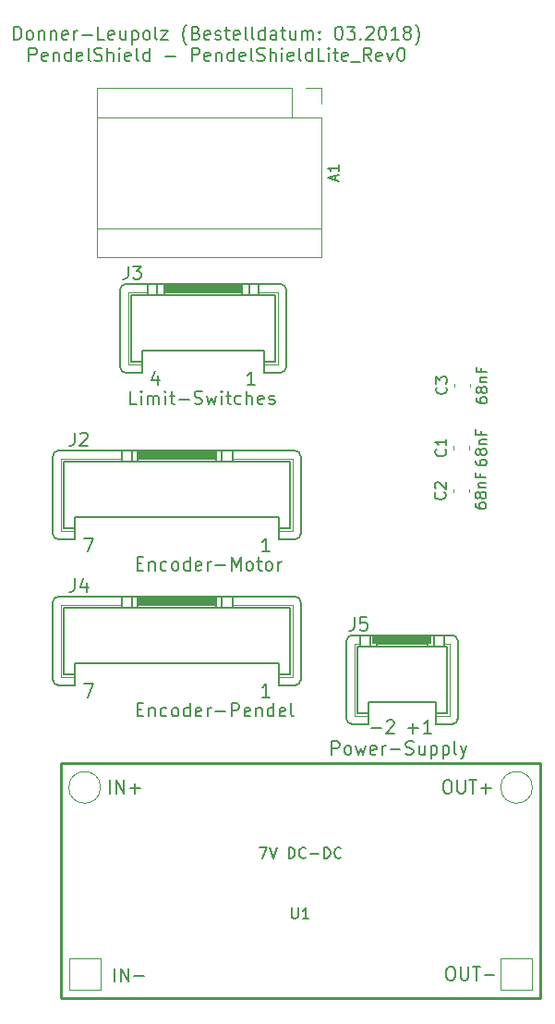
<source format=gbr>
G04 #@! TF.GenerationSoftware,KiCad,Pcbnew,(5.0.0-rc2-dev-406-g05dae9627)*
G04 #@! TF.CreationDate,2018-06-28T11:49:25+02:00*
G04 #@! TF.ProjectId,Nucleo-F746,4E75636C656F2D463734362E6B696361,rev?*
G04 #@! TF.SameCoordinates,Original*
G04 #@! TF.FileFunction,Legend,Top*
G04 #@! TF.FilePolarity,Positive*
%FSLAX46Y46*%
G04 Gerber Fmt 4.6, Leading zero omitted, Abs format (unit mm)*
G04 Created by KiCad (PCBNEW (5.0.0-rc2-dev-406-g05dae9627)) date 06/28/18 11:49:25*
%MOMM*%
%LPD*%
G01*
G04 APERTURE LIST*
%ADD10C,0.150000*%
%ADD11C,0.120000*%
%ADD12C,0.100000*%
%ADD13C,0.152400*%
%ADD14C,0.050800*%
%ADD15C,0.250000*%
%ADD16C,0.127000*%
G04 APERTURE END LIST*
D10*
X148657142Y-129442857D02*
X148885714Y-129442857D01*
X149000000Y-129500000D01*
X149114285Y-129614285D01*
X149171428Y-129842857D01*
X149171428Y-130242857D01*
X149114285Y-130471428D01*
X149000000Y-130585714D01*
X148885714Y-130642857D01*
X148657142Y-130642857D01*
X148542857Y-130585714D01*
X148428571Y-130471428D01*
X148371428Y-130242857D01*
X148371428Y-129842857D01*
X148428571Y-129614285D01*
X148542857Y-129500000D01*
X148657142Y-129442857D01*
X149685714Y-129442857D02*
X149685714Y-130414285D01*
X149742857Y-130528571D01*
X149800000Y-130585714D01*
X149914285Y-130642857D01*
X150142857Y-130642857D01*
X150257142Y-130585714D01*
X150314285Y-130528571D01*
X150371428Y-130414285D01*
X150371428Y-129442857D01*
X150771428Y-129442857D02*
X151457142Y-129442857D01*
X151114285Y-130642857D02*
X151114285Y-129442857D01*
X151857142Y-130185714D02*
X152771428Y-130185714D01*
X152314285Y-130642857D02*
X152314285Y-129728571D01*
X148957142Y-146542857D02*
X149185714Y-146542857D01*
X149300000Y-146600000D01*
X149414285Y-146714285D01*
X149471428Y-146942857D01*
X149471428Y-147342857D01*
X149414285Y-147571428D01*
X149300000Y-147685714D01*
X149185714Y-147742857D01*
X148957142Y-147742857D01*
X148842857Y-147685714D01*
X148728571Y-147571428D01*
X148671428Y-147342857D01*
X148671428Y-146942857D01*
X148728571Y-146714285D01*
X148842857Y-146600000D01*
X148957142Y-146542857D01*
X149985714Y-146542857D02*
X149985714Y-147514285D01*
X150042857Y-147628571D01*
X150100000Y-147685714D01*
X150214285Y-147742857D01*
X150442857Y-147742857D01*
X150557142Y-147685714D01*
X150614285Y-147628571D01*
X150671428Y-147514285D01*
X150671428Y-146542857D01*
X151071428Y-146542857D02*
X151757142Y-146542857D01*
X151414285Y-147742857D02*
X151414285Y-146542857D01*
X152157142Y-147285714D02*
X153071428Y-147285714D01*
X118228571Y-147842857D02*
X118228571Y-146642857D01*
X118800000Y-147842857D02*
X118800000Y-146642857D01*
X119485714Y-147842857D01*
X119485714Y-146642857D01*
X120057142Y-147385714D02*
X120971428Y-147385714D01*
X117828571Y-130642857D02*
X117828571Y-129442857D01*
X118400000Y-130642857D02*
X118400000Y-129442857D01*
X119085714Y-130642857D01*
X119085714Y-129442857D01*
X119657142Y-130185714D02*
X120571428Y-130185714D01*
X120114285Y-130642857D02*
X120114285Y-129728571D01*
X109028571Y-61667857D02*
X109028571Y-60467857D01*
X109314285Y-60467857D01*
X109485714Y-60525000D01*
X109599999Y-60639285D01*
X109657142Y-60753571D01*
X109714285Y-60982142D01*
X109714285Y-61153571D01*
X109657142Y-61382142D01*
X109599999Y-61496428D01*
X109485714Y-61610714D01*
X109314285Y-61667857D01*
X109028571Y-61667857D01*
X110399999Y-61667857D02*
X110285714Y-61610714D01*
X110228571Y-61553571D01*
X110171428Y-61439285D01*
X110171428Y-61096428D01*
X110228571Y-60982142D01*
X110285714Y-60925000D01*
X110399999Y-60867857D01*
X110571428Y-60867857D01*
X110685714Y-60925000D01*
X110742857Y-60982142D01*
X110799999Y-61096428D01*
X110799999Y-61439285D01*
X110742857Y-61553571D01*
X110685714Y-61610714D01*
X110571428Y-61667857D01*
X110399999Y-61667857D01*
X111314285Y-60867857D02*
X111314285Y-61667857D01*
X111314285Y-60982142D02*
X111371428Y-60925000D01*
X111485714Y-60867857D01*
X111657142Y-60867857D01*
X111771428Y-60925000D01*
X111828571Y-61039285D01*
X111828571Y-61667857D01*
X112399999Y-60867857D02*
X112399999Y-61667857D01*
X112399999Y-60982142D02*
X112457142Y-60925000D01*
X112571428Y-60867857D01*
X112742857Y-60867857D01*
X112857142Y-60925000D01*
X112914285Y-61039285D01*
X112914285Y-61667857D01*
X113942857Y-61610714D02*
X113828571Y-61667857D01*
X113599999Y-61667857D01*
X113485714Y-61610714D01*
X113428571Y-61496428D01*
X113428571Y-61039285D01*
X113485714Y-60925000D01*
X113599999Y-60867857D01*
X113828571Y-60867857D01*
X113942857Y-60925000D01*
X113999999Y-61039285D01*
X113999999Y-61153571D01*
X113428571Y-61267857D01*
X114514285Y-61667857D02*
X114514285Y-60867857D01*
X114514285Y-61096428D02*
X114571428Y-60982142D01*
X114628571Y-60925000D01*
X114742857Y-60867857D01*
X114857142Y-60867857D01*
X115257142Y-61210714D02*
X116171428Y-61210714D01*
X117314285Y-61667857D02*
X116742857Y-61667857D01*
X116742857Y-60467857D01*
X118171428Y-61610714D02*
X118057142Y-61667857D01*
X117828571Y-61667857D01*
X117714285Y-61610714D01*
X117657142Y-61496428D01*
X117657142Y-61039285D01*
X117714285Y-60925000D01*
X117828571Y-60867857D01*
X118057142Y-60867857D01*
X118171428Y-60925000D01*
X118228571Y-61039285D01*
X118228571Y-61153571D01*
X117657142Y-61267857D01*
X119257142Y-60867857D02*
X119257142Y-61667857D01*
X118742857Y-60867857D02*
X118742857Y-61496428D01*
X118799999Y-61610714D01*
X118914285Y-61667857D01*
X119085714Y-61667857D01*
X119199999Y-61610714D01*
X119257142Y-61553571D01*
X119828571Y-60867857D02*
X119828571Y-62067857D01*
X119828571Y-60925000D02*
X119942857Y-60867857D01*
X120171428Y-60867857D01*
X120285714Y-60925000D01*
X120342857Y-60982142D01*
X120399999Y-61096428D01*
X120399999Y-61439285D01*
X120342857Y-61553571D01*
X120285714Y-61610714D01*
X120171428Y-61667857D01*
X119942857Y-61667857D01*
X119828571Y-61610714D01*
X121085714Y-61667857D02*
X120971428Y-61610714D01*
X120914285Y-61553571D01*
X120857142Y-61439285D01*
X120857142Y-61096428D01*
X120914285Y-60982142D01*
X120971428Y-60925000D01*
X121085714Y-60867857D01*
X121257142Y-60867857D01*
X121371428Y-60925000D01*
X121428571Y-60982142D01*
X121485714Y-61096428D01*
X121485714Y-61439285D01*
X121428571Y-61553571D01*
X121371428Y-61610714D01*
X121257142Y-61667857D01*
X121085714Y-61667857D01*
X122171428Y-61667857D02*
X122057142Y-61610714D01*
X121999999Y-61496428D01*
X121999999Y-60467857D01*
X122514285Y-60867857D02*
X123142857Y-60867857D01*
X122514285Y-61667857D01*
X123142857Y-61667857D01*
X124857142Y-62125000D02*
X124799999Y-62067857D01*
X124685714Y-61896428D01*
X124628571Y-61782142D01*
X124571428Y-61610714D01*
X124514285Y-61325000D01*
X124514285Y-61096428D01*
X124571428Y-60810714D01*
X124628571Y-60639285D01*
X124685714Y-60525000D01*
X124799999Y-60353571D01*
X124857142Y-60296428D01*
X125714285Y-61039285D02*
X125885714Y-61096428D01*
X125942857Y-61153571D01*
X125999999Y-61267857D01*
X125999999Y-61439285D01*
X125942857Y-61553571D01*
X125885714Y-61610714D01*
X125771428Y-61667857D01*
X125314285Y-61667857D01*
X125314285Y-60467857D01*
X125714285Y-60467857D01*
X125828571Y-60525000D01*
X125885714Y-60582142D01*
X125942857Y-60696428D01*
X125942857Y-60810714D01*
X125885714Y-60925000D01*
X125828571Y-60982142D01*
X125714285Y-61039285D01*
X125314285Y-61039285D01*
X126971428Y-61610714D02*
X126857142Y-61667857D01*
X126628571Y-61667857D01*
X126514285Y-61610714D01*
X126457142Y-61496428D01*
X126457142Y-61039285D01*
X126514285Y-60925000D01*
X126628571Y-60867857D01*
X126857142Y-60867857D01*
X126971428Y-60925000D01*
X127028571Y-61039285D01*
X127028571Y-61153571D01*
X126457142Y-61267857D01*
X127485714Y-61610714D02*
X127599999Y-61667857D01*
X127828571Y-61667857D01*
X127942857Y-61610714D01*
X127999999Y-61496428D01*
X127999999Y-61439285D01*
X127942857Y-61325000D01*
X127828571Y-61267857D01*
X127657142Y-61267857D01*
X127542857Y-61210714D01*
X127485714Y-61096428D01*
X127485714Y-61039285D01*
X127542857Y-60925000D01*
X127657142Y-60867857D01*
X127828571Y-60867857D01*
X127942857Y-60925000D01*
X128342857Y-60867857D02*
X128799999Y-60867857D01*
X128514285Y-60467857D02*
X128514285Y-61496428D01*
X128571428Y-61610714D01*
X128685714Y-61667857D01*
X128799999Y-61667857D01*
X129657142Y-61610714D02*
X129542857Y-61667857D01*
X129314285Y-61667857D01*
X129200000Y-61610714D01*
X129142857Y-61496428D01*
X129142857Y-61039285D01*
X129200000Y-60925000D01*
X129314285Y-60867857D01*
X129542857Y-60867857D01*
X129657142Y-60925000D01*
X129714285Y-61039285D01*
X129714285Y-61153571D01*
X129142857Y-61267857D01*
X130400000Y-61667857D02*
X130285714Y-61610714D01*
X130228571Y-61496428D01*
X130228571Y-60467857D01*
X131028571Y-61667857D02*
X130914285Y-61610714D01*
X130857142Y-61496428D01*
X130857142Y-60467857D01*
X132000000Y-61667857D02*
X132000000Y-60467857D01*
X132000000Y-61610714D02*
X131885714Y-61667857D01*
X131657142Y-61667857D01*
X131542857Y-61610714D01*
X131485714Y-61553571D01*
X131428571Y-61439285D01*
X131428571Y-61096428D01*
X131485714Y-60982142D01*
X131542857Y-60925000D01*
X131657142Y-60867857D01*
X131885714Y-60867857D01*
X132000000Y-60925000D01*
X133085714Y-61667857D02*
X133085714Y-61039285D01*
X133028571Y-60925000D01*
X132914285Y-60867857D01*
X132685714Y-60867857D01*
X132571428Y-60925000D01*
X133085714Y-61610714D02*
X132971428Y-61667857D01*
X132685714Y-61667857D01*
X132571428Y-61610714D01*
X132514285Y-61496428D01*
X132514285Y-61382142D01*
X132571428Y-61267857D01*
X132685714Y-61210714D01*
X132971428Y-61210714D01*
X133085714Y-61153571D01*
X133485714Y-60867857D02*
X133942857Y-60867857D01*
X133657142Y-60467857D02*
X133657142Y-61496428D01*
X133714285Y-61610714D01*
X133828571Y-61667857D01*
X133942857Y-61667857D01*
X134857142Y-60867857D02*
X134857142Y-61667857D01*
X134342857Y-60867857D02*
X134342857Y-61496428D01*
X134400000Y-61610714D01*
X134514285Y-61667857D01*
X134685714Y-61667857D01*
X134800000Y-61610714D01*
X134857142Y-61553571D01*
X135428571Y-61667857D02*
X135428571Y-60867857D01*
X135428571Y-60982142D02*
X135485714Y-60925000D01*
X135600000Y-60867857D01*
X135771428Y-60867857D01*
X135885714Y-60925000D01*
X135942857Y-61039285D01*
X135942857Y-61667857D01*
X135942857Y-61039285D02*
X136000000Y-60925000D01*
X136114285Y-60867857D01*
X136285714Y-60867857D01*
X136400000Y-60925000D01*
X136457142Y-61039285D01*
X136457142Y-61667857D01*
X137028571Y-61553571D02*
X137085714Y-61610714D01*
X137028571Y-61667857D01*
X136971428Y-61610714D01*
X137028571Y-61553571D01*
X137028571Y-61667857D01*
X137028571Y-60925000D02*
X137085714Y-60982142D01*
X137028571Y-61039285D01*
X136971428Y-60982142D01*
X137028571Y-60925000D01*
X137028571Y-61039285D01*
X138742857Y-60467857D02*
X138857142Y-60467857D01*
X138971428Y-60525000D01*
X139028571Y-60582142D01*
X139085714Y-60696428D01*
X139142857Y-60925000D01*
X139142857Y-61210714D01*
X139085714Y-61439285D01*
X139028571Y-61553571D01*
X138971428Y-61610714D01*
X138857142Y-61667857D01*
X138742857Y-61667857D01*
X138628571Y-61610714D01*
X138571428Y-61553571D01*
X138514285Y-61439285D01*
X138457142Y-61210714D01*
X138457142Y-60925000D01*
X138514285Y-60696428D01*
X138571428Y-60582142D01*
X138628571Y-60525000D01*
X138742857Y-60467857D01*
X139542857Y-60467857D02*
X140285714Y-60467857D01*
X139885714Y-60925000D01*
X140057142Y-60925000D01*
X140171428Y-60982142D01*
X140228571Y-61039285D01*
X140285714Y-61153571D01*
X140285714Y-61439285D01*
X140228571Y-61553571D01*
X140171428Y-61610714D01*
X140057142Y-61667857D01*
X139714285Y-61667857D01*
X139600000Y-61610714D01*
X139542857Y-61553571D01*
X140800000Y-61553571D02*
X140857142Y-61610714D01*
X140800000Y-61667857D01*
X140742857Y-61610714D01*
X140800000Y-61553571D01*
X140800000Y-61667857D01*
X141314285Y-60582142D02*
X141371428Y-60525000D01*
X141485714Y-60467857D01*
X141771428Y-60467857D01*
X141885714Y-60525000D01*
X141942857Y-60582142D01*
X142000000Y-60696428D01*
X142000000Y-60810714D01*
X141942857Y-60982142D01*
X141257142Y-61667857D01*
X142000000Y-61667857D01*
X142742857Y-60467857D02*
X142857142Y-60467857D01*
X142971428Y-60525000D01*
X143028571Y-60582142D01*
X143085714Y-60696428D01*
X143142857Y-60925000D01*
X143142857Y-61210714D01*
X143085714Y-61439285D01*
X143028571Y-61553571D01*
X142971428Y-61610714D01*
X142857142Y-61667857D01*
X142742857Y-61667857D01*
X142628571Y-61610714D01*
X142571428Y-61553571D01*
X142514285Y-61439285D01*
X142457142Y-61210714D01*
X142457142Y-60925000D01*
X142514285Y-60696428D01*
X142571428Y-60582142D01*
X142628571Y-60525000D01*
X142742857Y-60467857D01*
X144285714Y-61667857D02*
X143600000Y-61667857D01*
X143942857Y-61667857D02*
X143942857Y-60467857D01*
X143828571Y-60639285D01*
X143714285Y-60753571D01*
X143600000Y-60810714D01*
X144971428Y-60982142D02*
X144857142Y-60925000D01*
X144800000Y-60867857D01*
X144742857Y-60753571D01*
X144742857Y-60696428D01*
X144800000Y-60582142D01*
X144857142Y-60525000D01*
X144971428Y-60467857D01*
X145200000Y-60467857D01*
X145314285Y-60525000D01*
X145371428Y-60582142D01*
X145428571Y-60696428D01*
X145428571Y-60753571D01*
X145371428Y-60867857D01*
X145314285Y-60925000D01*
X145200000Y-60982142D01*
X144971428Y-60982142D01*
X144857142Y-61039285D01*
X144800000Y-61096428D01*
X144742857Y-61210714D01*
X144742857Y-61439285D01*
X144800000Y-61553571D01*
X144857142Y-61610714D01*
X144971428Y-61667857D01*
X145200000Y-61667857D01*
X145314285Y-61610714D01*
X145371428Y-61553571D01*
X145428571Y-61439285D01*
X145428571Y-61210714D01*
X145371428Y-61096428D01*
X145314285Y-61039285D01*
X145200000Y-60982142D01*
X145828571Y-62125000D02*
X145885714Y-62067857D01*
X146000000Y-61896428D01*
X146057142Y-61782142D01*
X146114285Y-61610714D01*
X146171428Y-61325000D01*
X146171428Y-61096428D01*
X146114285Y-60810714D01*
X146057142Y-60639285D01*
X146000000Y-60525000D01*
X145885714Y-60353571D01*
X145828571Y-60296428D01*
X110399999Y-63617857D02*
X110399999Y-62417857D01*
X110857142Y-62417857D01*
X110971428Y-62475000D01*
X111028571Y-62532142D01*
X111085714Y-62646428D01*
X111085714Y-62817857D01*
X111028571Y-62932142D01*
X110971428Y-62989285D01*
X110857142Y-63046428D01*
X110399999Y-63046428D01*
X112057142Y-63560714D02*
X111942857Y-63617857D01*
X111714285Y-63617857D01*
X111599999Y-63560714D01*
X111542857Y-63446428D01*
X111542857Y-62989285D01*
X111599999Y-62875000D01*
X111714285Y-62817857D01*
X111942857Y-62817857D01*
X112057142Y-62875000D01*
X112114285Y-62989285D01*
X112114285Y-63103571D01*
X111542857Y-63217857D01*
X112628571Y-62817857D02*
X112628571Y-63617857D01*
X112628571Y-62932142D02*
X112685714Y-62875000D01*
X112799999Y-62817857D01*
X112971428Y-62817857D01*
X113085714Y-62875000D01*
X113142857Y-62989285D01*
X113142857Y-63617857D01*
X114228571Y-63617857D02*
X114228571Y-62417857D01*
X114228571Y-63560714D02*
X114114285Y-63617857D01*
X113885714Y-63617857D01*
X113771428Y-63560714D01*
X113714285Y-63503571D01*
X113657142Y-63389285D01*
X113657142Y-63046428D01*
X113714285Y-62932142D01*
X113771428Y-62875000D01*
X113885714Y-62817857D01*
X114114285Y-62817857D01*
X114228571Y-62875000D01*
X115257142Y-63560714D02*
X115142857Y-63617857D01*
X114914285Y-63617857D01*
X114799999Y-63560714D01*
X114742857Y-63446428D01*
X114742857Y-62989285D01*
X114799999Y-62875000D01*
X114914285Y-62817857D01*
X115142857Y-62817857D01*
X115257142Y-62875000D01*
X115314285Y-62989285D01*
X115314285Y-63103571D01*
X114742857Y-63217857D01*
X115999999Y-63617857D02*
X115885714Y-63560714D01*
X115828571Y-63446428D01*
X115828571Y-62417857D01*
X116399999Y-63560714D02*
X116571428Y-63617857D01*
X116857142Y-63617857D01*
X116971428Y-63560714D01*
X117028571Y-63503571D01*
X117085714Y-63389285D01*
X117085714Y-63275000D01*
X117028571Y-63160714D01*
X116971428Y-63103571D01*
X116857142Y-63046428D01*
X116628571Y-62989285D01*
X116514285Y-62932142D01*
X116457142Y-62875000D01*
X116399999Y-62760714D01*
X116399999Y-62646428D01*
X116457142Y-62532142D01*
X116514285Y-62475000D01*
X116628571Y-62417857D01*
X116914285Y-62417857D01*
X117085714Y-62475000D01*
X117599999Y-63617857D02*
X117599999Y-62417857D01*
X118114285Y-63617857D02*
X118114285Y-62989285D01*
X118057142Y-62875000D01*
X117942857Y-62817857D01*
X117771428Y-62817857D01*
X117657142Y-62875000D01*
X117599999Y-62932142D01*
X118685714Y-63617857D02*
X118685714Y-62817857D01*
X118685714Y-62417857D02*
X118628571Y-62475000D01*
X118685714Y-62532142D01*
X118742857Y-62475000D01*
X118685714Y-62417857D01*
X118685714Y-62532142D01*
X119714285Y-63560714D02*
X119599999Y-63617857D01*
X119371428Y-63617857D01*
X119257142Y-63560714D01*
X119199999Y-63446428D01*
X119199999Y-62989285D01*
X119257142Y-62875000D01*
X119371428Y-62817857D01*
X119599999Y-62817857D01*
X119714285Y-62875000D01*
X119771428Y-62989285D01*
X119771428Y-63103571D01*
X119199999Y-63217857D01*
X120457142Y-63617857D02*
X120342857Y-63560714D01*
X120285714Y-63446428D01*
X120285714Y-62417857D01*
X121428571Y-63617857D02*
X121428571Y-62417857D01*
X121428571Y-63560714D02*
X121314285Y-63617857D01*
X121085714Y-63617857D01*
X120971428Y-63560714D01*
X120914285Y-63503571D01*
X120857142Y-63389285D01*
X120857142Y-63046428D01*
X120914285Y-62932142D01*
X120971428Y-62875000D01*
X121085714Y-62817857D01*
X121314285Y-62817857D01*
X121428571Y-62875000D01*
X122914285Y-63160714D02*
X123828571Y-63160714D01*
X125314285Y-63617857D02*
X125314285Y-62417857D01*
X125771428Y-62417857D01*
X125885714Y-62475000D01*
X125942857Y-62532142D01*
X125999999Y-62646428D01*
X125999999Y-62817857D01*
X125942857Y-62932142D01*
X125885714Y-62989285D01*
X125771428Y-63046428D01*
X125314285Y-63046428D01*
X126971428Y-63560714D02*
X126857142Y-63617857D01*
X126628571Y-63617857D01*
X126514285Y-63560714D01*
X126457142Y-63446428D01*
X126457142Y-62989285D01*
X126514285Y-62875000D01*
X126628571Y-62817857D01*
X126857142Y-62817857D01*
X126971428Y-62875000D01*
X127028571Y-62989285D01*
X127028571Y-63103571D01*
X126457142Y-63217857D01*
X127542857Y-62817857D02*
X127542857Y-63617857D01*
X127542857Y-62932142D02*
X127599999Y-62875000D01*
X127714285Y-62817857D01*
X127885714Y-62817857D01*
X127999999Y-62875000D01*
X128057142Y-62989285D01*
X128057142Y-63617857D01*
X129142857Y-63617857D02*
X129142857Y-62417857D01*
X129142857Y-63560714D02*
X129028571Y-63617857D01*
X128799999Y-63617857D01*
X128685714Y-63560714D01*
X128628571Y-63503571D01*
X128571428Y-63389285D01*
X128571428Y-63046428D01*
X128628571Y-62932142D01*
X128685714Y-62875000D01*
X128799999Y-62817857D01*
X129028571Y-62817857D01*
X129142857Y-62875000D01*
X130171428Y-63560714D02*
X130057142Y-63617857D01*
X129828571Y-63617857D01*
X129714285Y-63560714D01*
X129657142Y-63446428D01*
X129657142Y-62989285D01*
X129714285Y-62875000D01*
X129828571Y-62817857D01*
X130057142Y-62817857D01*
X130171428Y-62875000D01*
X130228571Y-62989285D01*
X130228571Y-63103571D01*
X129657142Y-63217857D01*
X130914285Y-63617857D02*
X130799999Y-63560714D01*
X130742857Y-63446428D01*
X130742857Y-62417857D01*
X131314285Y-63560714D02*
X131485714Y-63617857D01*
X131771428Y-63617857D01*
X131885714Y-63560714D01*
X131942857Y-63503571D01*
X131999999Y-63389285D01*
X131999999Y-63275000D01*
X131942857Y-63160714D01*
X131885714Y-63103571D01*
X131771428Y-63046428D01*
X131542857Y-62989285D01*
X131428571Y-62932142D01*
X131371428Y-62875000D01*
X131314285Y-62760714D01*
X131314285Y-62646428D01*
X131371428Y-62532142D01*
X131428571Y-62475000D01*
X131542857Y-62417857D01*
X131828571Y-62417857D01*
X131999999Y-62475000D01*
X132514285Y-63617857D02*
X132514285Y-62417857D01*
X133028571Y-63617857D02*
X133028571Y-62989285D01*
X132971428Y-62875000D01*
X132857142Y-62817857D01*
X132685714Y-62817857D01*
X132571428Y-62875000D01*
X132514285Y-62932142D01*
X133600000Y-63617857D02*
X133600000Y-62817857D01*
X133600000Y-62417857D02*
X133542857Y-62475000D01*
X133600000Y-62532142D01*
X133657142Y-62475000D01*
X133600000Y-62417857D01*
X133600000Y-62532142D01*
X134628571Y-63560714D02*
X134514285Y-63617857D01*
X134285714Y-63617857D01*
X134171428Y-63560714D01*
X134114285Y-63446428D01*
X134114285Y-62989285D01*
X134171428Y-62875000D01*
X134285714Y-62817857D01*
X134514285Y-62817857D01*
X134628571Y-62875000D01*
X134685714Y-62989285D01*
X134685714Y-63103571D01*
X134114285Y-63217857D01*
X135371428Y-63617857D02*
X135257142Y-63560714D01*
X135200000Y-63446428D01*
X135200000Y-62417857D01*
X136342857Y-63617857D02*
X136342857Y-62417857D01*
X136342857Y-63560714D02*
X136228571Y-63617857D01*
X136000000Y-63617857D01*
X135885714Y-63560714D01*
X135828571Y-63503571D01*
X135771428Y-63389285D01*
X135771428Y-63046428D01*
X135828571Y-62932142D01*
X135885714Y-62875000D01*
X136000000Y-62817857D01*
X136228571Y-62817857D01*
X136342857Y-62875000D01*
X137485714Y-63617857D02*
X136914285Y-63617857D01*
X136914285Y-62417857D01*
X137885714Y-63617857D02*
X137885714Y-62817857D01*
X137885714Y-62417857D02*
X137828571Y-62475000D01*
X137885714Y-62532142D01*
X137942857Y-62475000D01*
X137885714Y-62417857D01*
X137885714Y-62532142D01*
X138285714Y-62817857D02*
X138742857Y-62817857D01*
X138457142Y-62417857D02*
X138457142Y-63446428D01*
X138514285Y-63560714D01*
X138628571Y-63617857D01*
X138742857Y-63617857D01*
X139600000Y-63560714D02*
X139485714Y-63617857D01*
X139257142Y-63617857D01*
X139142857Y-63560714D01*
X139085714Y-63446428D01*
X139085714Y-62989285D01*
X139142857Y-62875000D01*
X139257142Y-62817857D01*
X139485714Y-62817857D01*
X139600000Y-62875000D01*
X139657142Y-62989285D01*
X139657142Y-63103571D01*
X139085714Y-63217857D01*
X139885714Y-63732142D02*
X140800000Y-63732142D01*
X141771428Y-63617857D02*
X141371428Y-63046428D01*
X141085714Y-63617857D02*
X141085714Y-62417857D01*
X141542857Y-62417857D01*
X141657142Y-62475000D01*
X141714285Y-62532142D01*
X141771428Y-62646428D01*
X141771428Y-62817857D01*
X141714285Y-62932142D01*
X141657142Y-62989285D01*
X141542857Y-63046428D01*
X141085714Y-63046428D01*
X142742857Y-63560714D02*
X142628571Y-63617857D01*
X142400000Y-63617857D01*
X142285714Y-63560714D01*
X142228571Y-63446428D01*
X142228571Y-62989285D01*
X142285714Y-62875000D01*
X142400000Y-62817857D01*
X142628571Y-62817857D01*
X142742857Y-62875000D01*
X142800000Y-62989285D01*
X142800000Y-63103571D01*
X142228571Y-63217857D01*
X143200000Y-62817857D02*
X143485714Y-63617857D01*
X143771428Y-62817857D01*
X144457142Y-62417857D02*
X144571428Y-62417857D01*
X144685714Y-62475000D01*
X144742857Y-62532142D01*
X144800000Y-62646428D01*
X144857142Y-62875000D01*
X144857142Y-63160714D01*
X144800000Y-63389285D01*
X144742857Y-63503571D01*
X144685714Y-63560714D01*
X144571428Y-63617857D01*
X144457142Y-63617857D01*
X144342857Y-63560714D01*
X144285714Y-63503571D01*
X144228571Y-63389285D01*
X144171428Y-63160714D01*
X144171428Y-62875000D01*
X144228571Y-62646428D01*
X144285714Y-62532142D01*
X144342857Y-62475000D01*
X144457142Y-62417857D01*
D11*
X137200000Y-78930000D02*
X116620000Y-78930000D01*
X134530000Y-68770000D02*
X116620000Y-68770000D01*
X137200000Y-67500000D02*
X137200000Y-66100000D01*
X137200000Y-66100000D02*
X135800000Y-66100000D01*
X137200000Y-68770000D02*
X134530000Y-68770000D01*
X134530000Y-68770000D02*
X134530000Y-66100000D01*
X134530000Y-66100000D02*
X116620000Y-66100000D01*
X116620000Y-66100000D02*
X116620000Y-81600000D01*
X116620000Y-81600000D02*
X137200000Y-81600000D01*
X137200000Y-81600000D02*
X137200000Y-68770000D01*
X150760000Y-99150000D02*
X150760000Y-98850000D01*
X149340000Y-99150000D02*
X149340000Y-98850000D01*
X149290000Y-103100000D02*
X149290000Y-102800000D01*
X150710000Y-103100000D02*
X150710000Y-102800000D01*
D12*
G36*
X120394000Y-100038000D02*
X127506000Y-100038000D01*
X127506000Y-99276000D01*
X120394000Y-99276000D01*
X120394000Y-100038000D01*
G37*
D13*
X129106200Y-100038000D02*
X129106200Y-100292000D01*
D14*
X129106200Y-100038000D02*
X134541800Y-100038000D01*
D13*
X118920800Y-100038000D02*
X118920800Y-100292000D01*
D14*
X113358200Y-100038000D02*
X118920800Y-100038000D01*
D13*
X120317800Y-100292000D02*
X127582200Y-100292000D01*
X127582200Y-100038000D02*
X127582200Y-100292000D01*
X120317800Y-100038000D02*
X120317800Y-100292000D01*
X120317800Y-100038000D02*
X127582200Y-100038000D01*
X120317800Y-99276000D02*
X120317800Y-100038000D01*
X113104200Y-99276000D02*
G75*
G03X112596200Y-99784000I0J-508000D01*
G01*
X113104200Y-99276000D02*
X118920800Y-99276000D01*
X135303800Y-99784000D02*
G75*
G03X134795800Y-99276000I-508000J0D01*
G01*
X135303800Y-99784000D02*
X135303800Y-106896000D01*
X135303800Y-106896000D02*
G75*
G02X134795800Y-107404000I-508000J0D01*
G01*
X134795800Y-107404000D02*
X133271800Y-107404000D01*
D14*
X134541800Y-100038000D02*
X134541800Y-106642000D01*
D13*
X133271800Y-106642000D02*
X133271800Y-106388000D01*
D14*
X134541800Y-106642000D02*
X133271800Y-106642000D01*
X113358200Y-106642000D02*
X113358200Y-100038000D01*
D13*
X114628200Y-106642000D02*
X114628200Y-107404000D01*
D14*
X114628200Y-106642000D02*
X113358200Y-106642000D01*
D13*
X113104200Y-107404000D02*
G75*
G02X112596200Y-106896000I0J508000D01*
G01*
X112596200Y-106896000D02*
X112596200Y-99784000D01*
X118920800Y-100292000D02*
X119809800Y-100292000D01*
X113612200Y-100292000D02*
X118920800Y-100292000D01*
X118920800Y-99276000D02*
X119809800Y-99276000D01*
X118920800Y-99276000D02*
X118920800Y-100038000D01*
X129106200Y-100292000D02*
X134287800Y-100292000D01*
X128090200Y-100292000D02*
X129106200Y-100292000D01*
X129106200Y-99276000D02*
X134795800Y-99276000D01*
X129106200Y-99276000D02*
X129106200Y-100038000D01*
X128090200Y-99276000D02*
X129106200Y-99276000D01*
X128090200Y-99276000D02*
X128090200Y-100292000D01*
X127582200Y-100292000D02*
X128090200Y-100292000D01*
X127582200Y-99276000D02*
X128090200Y-99276000D01*
X127582200Y-99276000D02*
X127582200Y-100038000D01*
X120317800Y-99276000D02*
X127582200Y-99276000D01*
X119809800Y-99276000D02*
X120317800Y-99276000D01*
X119809800Y-100292000D02*
X120317800Y-100292000D01*
X119809800Y-99276000D02*
X119809800Y-100292000D01*
X133271800Y-105372000D02*
X114628200Y-105372000D01*
X133271800Y-106388000D02*
X133271800Y-105372000D01*
X114628200Y-106388000D02*
X114628200Y-105372000D01*
X134287800Y-100292000D02*
X134287800Y-106388000D01*
X133271800Y-107404000D02*
X133271800Y-106642000D01*
X134287800Y-106388000D02*
X133271800Y-106388000D01*
X114628200Y-107404000D02*
X113104200Y-107404000D01*
X114628200Y-106388000D02*
X114628200Y-106642000D01*
X114628200Y-106388000D02*
X113612200Y-106388000D01*
X113612200Y-106388000D02*
X113612200Y-100292000D01*
X119771400Y-91138000D02*
X119771400Y-85042000D01*
X120787400Y-91138000D02*
X119771400Y-91138000D01*
X120787400Y-91138000D02*
X120787400Y-91392000D01*
X120787400Y-92154000D02*
X119263400Y-92154000D01*
X132954000Y-91138000D02*
X131938000Y-91138000D01*
X131938000Y-92154000D02*
X131938000Y-91392000D01*
X132954000Y-85042000D02*
X132954000Y-91138000D01*
X120787400Y-91138000D02*
X120787400Y-90122000D01*
X131938000Y-91138000D02*
X131938000Y-90122000D01*
X131938000Y-90122000D02*
X120787400Y-90122000D01*
X122159000Y-84026000D02*
X122159000Y-85042000D01*
X122159000Y-85042000D02*
X122794000Y-85042000D01*
X122159000Y-84026000D02*
X122794000Y-84026000D01*
X122794000Y-84026000D02*
X129906000Y-84026000D01*
X129906000Y-84026000D02*
X129906000Y-84788000D01*
X129906000Y-84026000D02*
X130566400Y-84026000D01*
X129906000Y-85042000D02*
X130566400Y-85042000D01*
X130566400Y-84026000D02*
X130566400Y-85042000D01*
X130566400Y-84026000D02*
X131455400Y-84026000D01*
X131455400Y-84026000D02*
X131455400Y-84788000D01*
X131455400Y-84026000D02*
X133462000Y-84026000D01*
X130566400Y-85042000D02*
X131455400Y-85042000D01*
X131455400Y-85042000D02*
X132954000Y-85042000D01*
X121270000Y-84026000D02*
X121270000Y-84788000D01*
X121270000Y-84026000D02*
X122159000Y-84026000D01*
X119771400Y-85042000D02*
X121270000Y-85042000D01*
X121270000Y-85042000D02*
X122159000Y-85042000D01*
X118755400Y-91646000D02*
X118755400Y-84534000D01*
X119263400Y-92154000D02*
G75*
G02X118755400Y-91646000I0J508000D01*
G01*
D14*
X120787400Y-91392000D02*
X119517400Y-91392000D01*
D13*
X120787400Y-91392000D02*
X120787400Y-92154000D01*
D14*
X119517400Y-91392000D02*
X119517400Y-84788000D01*
X133208000Y-91392000D02*
X131938000Y-91392000D01*
D13*
X131938000Y-91392000D02*
X131938000Y-91138000D01*
D14*
X133208000Y-84788000D02*
X133208000Y-91392000D01*
D13*
X133462000Y-92154000D02*
X131938000Y-92154000D01*
X133970000Y-91646000D02*
G75*
G02X133462000Y-92154000I-508000J0D01*
G01*
X133970000Y-84534000D02*
X133970000Y-91646000D01*
X133970000Y-84534000D02*
G75*
G03X133462000Y-84026000I-508000J0D01*
G01*
X119263400Y-84026000D02*
X121270000Y-84026000D01*
X119263400Y-84026000D02*
G75*
G03X118755400Y-84534000I0J-508000D01*
G01*
X122794000Y-84026000D02*
X122794000Y-84788000D01*
X122794000Y-84788000D02*
X129906000Y-84788000D01*
X122794000Y-84788000D02*
X122794000Y-85042000D01*
X129906000Y-84788000D02*
X129906000Y-85042000D01*
X122794000Y-85042000D02*
X129906000Y-85042000D01*
D14*
X133208000Y-84788000D02*
X131455400Y-84788000D01*
X119517400Y-84788000D02*
X121270000Y-84788000D01*
D13*
X121270000Y-84788000D02*
X121270000Y-85042000D01*
X131455400Y-84788000D02*
X131455400Y-85042000D01*
D12*
G36*
X122794000Y-84788000D02*
X129906000Y-84788000D01*
X129906000Y-84026000D01*
X122794000Y-84026000D01*
X122794000Y-84788000D01*
G37*
D13*
X113612200Y-119738000D02*
X113612200Y-113642000D01*
X114628200Y-119738000D02*
X113612200Y-119738000D01*
X114628200Y-119738000D02*
X114628200Y-119992000D01*
X114628200Y-120754000D02*
X113104200Y-120754000D01*
X134287800Y-119738000D02*
X133271800Y-119738000D01*
X133271800Y-120754000D02*
X133271800Y-119992000D01*
X134287800Y-113642000D02*
X134287800Y-119738000D01*
X114628200Y-119738000D02*
X114628200Y-118722000D01*
X133271800Y-119738000D02*
X133271800Y-118722000D01*
X133271800Y-118722000D02*
X114628200Y-118722000D01*
X119809800Y-112626000D02*
X119809800Y-113642000D01*
X119809800Y-113642000D02*
X120317800Y-113642000D01*
X119809800Y-112626000D02*
X120317800Y-112626000D01*
X120317800Y-112626000D02*
X127582200Y-112626000D01*
X127582200Y-112626000D02*
X127582200Y-113388000D01*
X127582200Y-112626000D02*
X128090200Y-112626000D01*
X127582200Y-113642000D02*
X128090200Y-113642000D01*
X128090200Y-112626000D02*
X128090200Y-113642000D01*
X128090200Y-112626000D02*
X129106200Y-112626000D01*
X129106200Y-112626000D02*
X129106200Y-113388000D01*
X129106200Y-112626000D02*
X134795800Y-112626000D01*
X128090200Y-113642000D02*
X129106200Y-113642000D01*
X129106200Y-113642000D02*
X134287800Y-113642000D01*
X118920800Y-112626000D02*
X118920800Y-113388000D01*
X118920800Y-112626000D02*
X119809800Y-112626000D01*
X113612200Y-113642000D02*
X118920800Y-113642000D01*
X118920800Y-113642000D02*
X119809800Y-113642000D01*
X112596200Y-120246000D02*
X112596200Y-113134000D01*
X113104200Y-120754000D02*
G75*
G02X112596200Y-120246000I0J508000D01*
G01*
D14*
X114628200Y-119992000D02*
X113358200Y-119992000D01*
D13*
X114628200Y-119992000D02*
X114628200Y-120754000D01*
D14*
X113358200Y-119992000D02*
X113358200Y-113388000D01*
X134541800Y-119992000D02*
X133271800Y-119992000D01*
D13*
X133271800Y-119992000D02*
X133271800Y-119738000D01*
D14*
X134541800Y-113388000D02*
X134541800Y-119992000D01*
D13*
X134795800Y-120754000D02*
X133271800Y-120754000D01*
X135303800Y-120246000D02*
G75*
G02X134795800Y-120754000I-508000J0D01*
G01*
X135303800Y-113134000D02*
X135303800Y-120246000D01*
X135303800Y-113134000D02*
G75*
G03X134795800Y-112626000I-508000J0D01*
G01*
X113104200Y-112626000D02*
X118920800Y-112626000D01*
X113104200Y-112626000D02*
G75*
G03X112596200Y-113134000I0J-508000D01*
G01*
X120317800Y-112626000D02*
X120317800Y-113388000D01*
X120317800Y-113388000D02*
X127582200Y-113388000D01*
X120317800Y-113388000D02*
X120317800Y-113642000D01*
X127582200Y-113388000D02*
X127582200Y-113642000D01*
X120317800Y-113642000D02*
X127582200Y-113642000D01*
D14*
X113358200Y-113388000D02*
X118920800Y-113388000D01*
D13*
X118920800Y-113388000D02*
X118920800Y-113642000D01*
D14*
X129106200Y-113388000D02*
X134541800Y-113388000D01*
D13*
X129106200Y-113388000D02*
X129106200Y-113642000D01*
D12*
G36*
X120394000Y-113388000D02*
X127506000Y-113388000D01*
X127506000Y-112626000D01*
X120394000Y-112626000D01*
X120394000Y-113388000D01*
G37*
D13*
X140521400Y-123288000D02*
X140521400Y-117192000D01*
X141537400Y-123288000D02*
X140521400Y-123288000D01*
X141537400Y-123288000D02*
X141537400Y-123542000D01*
X141537400Y-124304000D02*
X140013400Y-124304000D01*
X148704000Y-123288000D02*
X147688000Y-123288000D01*
X147688000Y-124304000D02*
X147688000Y-123542000D01*
X148704000Y-117192000D02*
X148704000Y-123288000D01*
X141537400Y-123288000D02*
X141537400Y-122272000D01*
X147688000Y-123288000D02*
X147688000Y-122272000D01*
X147688000Y-122272000D02*
X141537400Y-122272000D01*
X141659000Y-116176000D02*
X141659000Y-117192000D01*
X141659000Y-117192000D02*
X142294000Y-117192000D01*
X141659000Y-116176000D02*
X142294000Y-116176000D01*
X142294000Y-116176000D02*
X146906000Y-116176000D01*
X146906000Y-116176000D02*
X146906000Y-116938000D01*
X146906000Y-116176000D02*
X147566400Y-116176000D01*
X146906000Y-117192000D02*
X147566400Y-117192000D01*
X147566400Y-116176000D02*
X147566400Y-117192000D01*
X147566400Y-116176000D02*
X148455400Y-116176000D01*
X148455400Y-116176000D02*
X148455400Y-116938000D01*
X148455400Y-116176000D02*
X149212000Y-116176000D01*
X147566400Y-117192000D02*
X148455400Y-117192000D01*
X148455400Y-117192000D02*
X148704000Y-117192000D01*
X140770000Y-116176000D02*
X140770000Y-116938000D01*
X140770000Y-116176000D02*
X141659000Y-116176000D01*
X140521400Y-117192000D02*
X140770000Y-117192000D01*
X140770000Y-117192000D02*
X141659000Y-117192000D01*
X139505400Y-123796000D02*
X139505400Y-116684000D01*
X140013400Y-124304000D02*
G75*
G02X139505400Y-123796000I0J508000D01*
G01*
D14*
X141537400Y-123542000D02*
X140267400Y-123542000D01*
D13*
X141537400Y-123542000D02*
X141537400Y-124304000D01*
D14*
X140267400Y-123542000D02*
X140267400Y-116938000D01*
X148958000Y-123542000D02*
X147688000Y-123542000D01*
D13*
X147688000Y-123542000D02*
X147688000Y-123288000D01*
D14*
X148958000Y-116938000D02*
X148958000Y-123542000D01*
D13*
X149212000Y-124304000D02*
X147688000Y-124304000D01*
X149720000Y-123796000D02*
G75*
G02X149212000Y-124304000I-508000J0D01*
G01*
X149720000Y-116684000D02*
X149720000Y-123796000D01*
X149720000Y-116684000D02*
G75*
G03X149212000Y-116176000I-508000J0D01*
G01*
X140013400Y-116176000D02*
X140770000Y-116176000D01*
X140013400Y-116176000D02*
G75*
G03X139505400Y-116684000I0J-508000D01*
G01*
X142294000Y-116176000D02*
X142294000Y-116938000D01*
X142294000Y-116938000D02*
X146906000Y-116938000D01*
X142294000Y-116938000D02*
X142294000Y-117192000D01*
X146906000Y-116938000D02*
X146906000Y-117192000D01*
X142294000Y-117192000D02*
X146906000Y-117192000D01*
D14*
X148958000Y-116938000D02*
X148455400Y-116938000D01*
X140267400Y-116938000D02*
X140770000Y-116938000D01*
D13*
X140770000Y-116938000D02*
X140770000Y-117192000D01*
X148455400Y-116938000D02*
X148455400Y-117192000D01*
D12*
G36*
X141900000Y-116938000D02*
X147300000Y-116938000D01*
X147300000Y-116176000D01*
X141900000Y-116176000D01*
X141900000Y-116938000D01*
G37*
D15*
X157300000Y-127900000D02*
X157300000Y-149400000D01*
X113300000Y-127900000D02*
X157300000Y-127900000D01*
X113300000Y-149400000D02*
X113300000Y-127900000D01*
X113300000Y-149400000D02*
X157300000Y-149400000D01*
D11*
X149390000Y-93450000D02*
X149390000Y-93150000D01*
X150810000Y-93450000D02*
X150810000Y-93150000D01*
D12*
X114050000Y-145750000D02*
X114050000Y-148650000D01*
X116950000Y-148650000D01*
X116950000Y-145750000D01*
X114050000Y-145750000D01*
X153650000Y-145750000D02*
X153650000Y-148650000D01*
X156550000Y-148650000D01*
X156550000Y-145750000D01*
X153650000Y-145750000D01*
X116950000Y-130100000D02*
G75*
G03X116950000Y-130100000I-1450000J0D01*
G01*
X156550000Y-130100000D02*
G75*
G03X156550000Y-130100000I-1450000J0D01*
G01*
D10*
X138506666Y-74564285D02*
X138506666Y-74088095D01*
X138792380Y-74659523D02*
X137792380Y-74326190D01*
X138792380Y-73992857D01*
X138792380Y-73135714D02*
X138792380Y-73707142D01*
X138792380Y-73421428D02*
X137792380Y-73421428D01*
X137935238Y-73516666D01*
X138030476Y-73611904D01*
X138078095Y-73707142D01*
X148557142Y-99166666D02*
X148604761Y-99214285D01*
X148652380Y-99357142D01*
X148652380Y-99452380D01*
X148604761Y-99595238D01*
X148509523Y-99690476D01*
X148414285Y-99738095D01*
X148223809Y-99785714D01*
X148080952Y-99785714D01*
X147890476Y-99738095D01*
X147795238Y-99690476D01*
X147700000Y-99595238D01*
X147652380Y-99452380D01*
X147652380Y-99357142D01*
X147700000Y-99214285D01*
X147747619Y-99166666D01*
X148652380Y-98214285D02*
X148652380Y-98785714D01*
X148652380Y-98500000D02*
X147652380Y-98500000D01*
X147795238Y-98595238D01*
X147890476Y-98690476D01*
X147938095Y-98785714D01*
X151352380Y-100166666D02*
X151352380Y-100357142D01*
X151400000Y-100452380D01*
X151447619Y-100500000D01*
X151590476Y-100595238D01*
X151780952Y-100642857D01*
X152161904Y-100642857D01*
X152257142Y-100595238D01*
X152304761Y-100547619D01*
X152352380Y-100452380D01*
X152352380Y-100261904D01*
X152304761Y-100166666D01*
X152257142Y-100119047D01*
X152161904Y-100071428D01*
X151923809Y-100071428D01*
X151828571Y-100119047D01*
X151780952Y-100166666D01*
X151733333Y-100261904D01*
X151733333Y-100452380D01*
X151780952Y-100547619D01*
X151828571Y-100595238D01*
X151923809Y-100642857D01*
X151780952Y-99500000D02*
X151733333Y-99595238D01*
X151685714Y-99642857D01*
X151590476Y-99690476D01*
X151542857Y-99690476D01*
X151447619Y-99642857D01*
X151400000Y-99595238D01*
X151352380Y-99500000D01*
X151352380Y-99309523D01*
X151400000Y-99214285D01*
X151447619Y-99166666D01*
X151542857Y-99119047D01*
X151590476Y-99119047D01*
X151685714Y-99166666D01*
X151733333Y-99214285D01*
X151780952Y-99309523D01*
X151780952Y-99500000D01*
X151828571Y-99595238D01*
X151876190Y-99642857D01*
X151971428Y-99690476D01*
X152161904Y-99690476D01*
X152257142Y-99642857D01*
X152304761Y-99595238D01*
X152352380Y-99500000D01*
X152352380Y-99309523D01*
X152304761Y-99214285D01*
X152257142Y-99166666D01*
X152161904Y-99119047D01*
X151971428Y-99119047D01*
X151876190Y-99166666D01*
X151828571Y-99214285D01*
X151780952Y-99309523D01*
X151685714Y-98690476D02*
X152352380Y-98690476D01*
X151780952Y-98690476D02*
X151733333Y-98642857D01*
X151685714Y-98547619D01*
X151685714Y-98404761D01*
X151733333Y-98309523D01*
X151828571Y-98261904D01*
X152352380Y-98261904D01*
X151828571Y-97452380D02*
X151828571Y-97785714D01*
X152352380Y-97785714D02*
X151352380Y-97785714D01*
X151352380Y-97309523D01*
X148507142Y-103116666D02*
X148554761Y-103164285D01*
X148602380Y-103307142D01*
X148602380Y-103402380D01*
X148554761Y-103545238D01*
X148459523Y-103640476D01*
X148364285Y-103688095D01*
X148173809Y-103735714D01*
X148030952Y-103735714D01*
X147840476Y-103688095D01*
X147745238Y-103640476D01*
X147650000Y-103545238D01*
X147602380Y-103402380D01*
X147602380Y-103307142D01*
X147650000Y-103164285D01*
X147697619Y-103116666D01*
X147697619Y-102735714D02*
X147650000Y-102688095D01*
X147602380Y-102592857D01*
X147602380Y-102354761D01*
X147650000Y-102259523D01*
X147697619Y-102211904D01*
X147792857Y-102164285D01*
X147888095Y-102164285D01*
X148030952Y-102211904D01*
X148602380Y-102783333D01*
X148602380Y-102164285D01*
X151302380Y-104116666D02*
X151302380Y-104307142D01*
X151350000Y-104402380D01*
X151397619Y-104450000D01*
X151540476Y-104545238D01*
X151730952Y-104592857D01*
X152111904Y-104592857D01*
X152207142Y-104545238D01*
X152254761Y-104497619D01*
X152302380Y-104402380D01*
X152302380Y-104211904D01*
X152254761Y-104116666D01*
X152207142Y-104069047D01*
X152111904Y-104021428D01*
X151873809Y-104021428D01*
X151778571Y-104069047D01*
X151730952Y-104116666D01*
X151683333Y-104211904D01*
X151683333Y-104402380D01*
X151730952Y-104497619D01*
X151778571Y-104545238D01*
X151873809Y-104592857D01*
X151730952Y-103450000D02*
X151683333Y-103545238D01*
X151635714Y-103592857D01*
X151540476Y-103640476D01*
X151492857Y-103640476D01*
X151397619Y-103592857D01*
X151350000Y-103545238D01*
X151302380Y-103450000D01*
X151302380Y-103259523D01*
X151350000Y-103164285D01*
X151397619Y-103116666D01*
X151492857Y-103069047D01*
X151540476Y-103069047D01*
X151635714Y-103116666D01*
X151683333Y-103164285D01*
X151730952Y-103259523D01*
X151730952Y-103450000D01*
X151778571Y-103545238D01*
X151826190Y-103592857D01*
X151921428Y-103640476D01*
X152111904Y-103640476D01*
X152207142Y-103592857D01*
X152254761Y-103545238D01*
X152302380Y-103450000D01*
X152302380Y-103259523D01*
X152254761Y-103164285D01*
X152207142Y-103116666D01*
X152111904Y-103069047D01*
X151921428Y-103069047D01*
X151826190Y-103116666D01*
X151778571Y-103164285D01*
X151730952Y-103259523D01*
X151635714Y-102640476D02*
X152302380Y-102640476D01*
X151730952Y-102640476D02*
X151683333Y-102592857D01*
X151635714Y-102497619D01*
X151635714Y-102354761D01*
X151683333Y-102259523D01*
X151778571Y-102211904D01*
X152302380Y-102211904D01*
X151778571Y-101402380D02*
X151778571Y-101735714D01*
X152302380Y-101735714D02*
X151302380Y-101735714D01*
X151302380Y-101259523D01*
D16*
X114580726Y-97631047D02*
X114580726Y-98492833D01*
X114523273Y-98665190D01*
X114408369Y-98780095D01*
X114236011Y-98837547D01*
X114121107Y-98837547D01*
X115097797Y-97745952D02*
X115155250Y-97688500D01*
X115270154Y-97631047D01*
X115557416Y-97631047D01*
X115672321Y-97688500D01*
X115729773Y-97745952D01*
X115787226Y-97860857D01*
X115787226Y-97975761D01*
X115729773Y-98148119D01*
X115040345Y-98837547D01*
X115787226Y-98837547D01*
X120319811Y-109610571D02*
X120721978Y-109610571D01*
X120894335Y-110242547D02*
X120319811Y-110242547D01*
X120319811Y-109036047D01*
X120894335Y-109036047D01*
X121411407Y-109438214D02*
X121411407Y-110242547D01*
X121411407Y-109553119D02*
X121468859Y-109495666D01*
X121583764Y-109438214D01*
X121756121Y-109438214D01*
X121871026Y-109495666D01*
X121928478Y-109610571D01*
X121928478Y-110242547D01*
X123020073Y-110185095D02*
X122905169Y-110242547D01*
X122675359Y-110242547D01*
X122560454Y-110185095D01*
X122503002Y-110127642D01*
X122445550Y-110012738D01*
X122445550Y-109668023D01*
X122503002Y-109553119D01*
X122560454Y-109495666D01*
X122675359Y-109438214D01*
X122905169Y-109438214D01*
X123020073Y-109495666D01*
X123709502Y-110242547D02*
X123594597Y-110185095D01*
X123537145Y-110127642D01*
X123479692Y-110012738D01*
X123479692Y-109668023D01*
X123537145Y-109553119D01*
X123594597Y-109495666D01*
X123709502Y-109438214D01*
X123881859Y-109438214D01*
X123996764Y-109495666D01*
X124054216Y-109553119D01*
X124111669Y-109668023D01*
X124111669Y-110012738D01*
X124054216Y-110127642D01*
X123996764Y-110185095D01*
X123881859Y-110242547D01*
X123709502Y-110242547D01*
X125145811Y-110242547D02*
X125145811Y-109036047D01*
X125145811Y-110185095D02*
X125030907Y-110242547D01*
X124801097Y-110242547D01*
X124686192Y-110185095D01*
X124628740Y-110127642D01*
X124571288Y-110012738D01*
X124571288Y-109668023D01*
X124628740Y-109553119D01*
X124686192Y-109495666D01*
X124801097Y-109438214D01*
X125030907Y-109438214D01*
X125145811Y-109495666D01*
X126179954Y-110185095D02*
X126065050Y-110242547D01*
X125835240Y-110242547D01*
X125720335Y-110185095D01*
X125662883Y-110070190D01*
X125662883Y-109610571D01*
X125720335Y-109495666D01*
X125835240Y-109438214D01*
X126065050Y-109438214D01*
X126179954Y-109495666D01*
X126237407Y-109610571D01*
X126237407Y-109725476D01*
X125662883Y-109840380D01*
X126754478Y-110242547D02*
X126754478Y-109438214D01*
X126754478Y-109668023D02*
X126811930Y-109553119D01*
X126869383Y-109495666D01*
X126984288Y-109438214D01*
X127099192Y-109438214D01*
X127501359Y-109782928D02*
X128420597Y-109782928D01*
X128995121Y-110242547D02*
X128995121Y-109036047D01*
X129397288Y-109897833D01*
X129799454Y-109036047D01*
X129799454Y-110242547D01*
X130546335Y-110242547D02*
X130431430Y-110185095D01*
X130373978Y-110127642D01*
X130316526Y-110012738D01*
X130316526Y-109668023D01*
X130373978Y-109553119D01*
X130431430Y-109495666D01*
X130546335Y-109438214D01*
X130718692Y-109438214D01*
X130833597Y-109495666D01*
X130891050Y-109553119D01*
X130948502Y-109668023D01*
X130948502Y-110012738D01*
X130891050Y-110127642D01*
X130833597Y-110185095D01*
X130718692Y-110242547D01*
X130546335Y-110242547D01*
X131293216Y-109438214D02*
X131752835Y-109438214D01*
X131465573Y-109036047D02*
X131465573Y-110070190D01*
X131523026Y-110185095D01*
X131637930Y-110242547D01*
X131752835Y-110242547D01*
X132327359Y-110242547D02*
X132212454Y-110185095D01*
X132155002Y-110127642D01*
X132097550Y-110012738D01*
X132097550Y-109668023D01*
X132155002Y-109553119D01*
X132212454Y-109495666D01*
X132327359Y-109438214D01*
X132499716Y-109438214D01*
X132614621Y-109495666D01*
X132672073Y-109553119D01*
X132729526Y-109668023D01*
X132729526Y-110012738D01*
X132672073Y-110127642D01*
X132614621Y-110185095D01*
X132499716Y-110242547D01*
X132327359Y-110242547D01*
X133246597Y-110242547D02*
X133246597Y-109438214D01*
X133246597Y-109668023D02*
X133304050Y-109553119D01*
X133361502Y-109495666D01*
X133476407Y-109438214D01*
X133591311Y-109438214D01*
X115454907Y-107286047D02*
X116259240Y-107286047D01*
X115742169Y-108492547D01*
X132451788Y-108492547D02*
X131762359Y-108492547D01*
X132107073Y-108492547D02*
X132107073Y-107286047D01*
X131992169Y-107458404D01*
X131877264Y-107573309D01*
X131762359Y-107630761D01*
X119469926Y-82381047D02*
X119469926Y-83242833D01*
X119412473Y-83415190D01*
X119297569Y-83530095D01*
X119125211Y-83587547D01*
X119010307Y-83587547D01*
X119929545Y-82381047D02*
X120676426Y-82381047D01*
X120274259Y-82840666D01*
X120446616Y-82840666D01*
X120561521Y-82898119D01*
X120618973Y-82955571D01*
X120676426Y-83070476D01*
X120676426Y-83357738D01*
X120618973Y-83472642D01*
X120561521Y-83530095D01*
X120446616Y-83587547D01*
X120101902Y-83587547D01*
X119986997Y-83530095D01*
X119929545Y-83472642D01*
X120294335Y-95032548D02*
X119719811Y-95032548D01*
X119719811Y-93826048D01*
X120696502Y-95032548D02*
X120696502Y-94228215D01*
X120696502Y-93826048D02*
X120639050Y-93883501D01*
X120696502Y-93940953D01*
X120753954Y-93883501D01*
X120696502Y-93826048D01*
X120696502Y-93940953D01*
X121271026Y-95032548D02*
X121271026Y-94228215D01*
X121271026Y-94343120D02*
X121328478Y-94285667D01*
X121443383Y-94228215D01*
X121615740Y-94228215D01*
X121730645Y-94285667D01*
X121788097Y-94400572D01*
X121788097Y-95032548D01*
X121788097Y-94400572D02*
X121845550Y-94285667D01*
X121960454Y-94228215D01*
X122132811Y-94228215D01*
X122247716Y-94285667D01*
X122305169Y-94400572D01*
X122305169Y-95032548D01*
X122879692Y-95032548D02*
X122879692Y-94228215D01*
X122879692Y-93826048D02*
X122822240Y-93883501D01*
X122879692Y-93940953D01*
X122937145Y-93883501D01*
X122879692Y-93826048D01*
X122879692Y-93940953D01*
X123281859Y-94228215D02*
X123741478Y-94228215D01*
X123454216Y-93826048D02*
X123454216Y-94860191D01*
X123511669Y-94975096D01*
X123626573Y-95032548D01*
X123741478Y-95032548D01*
X124143645Y-94572929D02*
X125062883Y-94572929D01*
X125579954Y-94975096D02*
X125752311Y-95032548D01*
X126039573Y-95032548D01*
X126154478Y-94975096D01*
X126211930Y-94917643D01*
X126269383Y-94802739D01*
X126269383Y-94687834D01*
X126211930Y-94572929D01*
X126154478Y-94515477D01*
X126039573Y-94458024D01*
X125809764Y-94400572D01*
X125694859Y-94343120D01*
X125637407Y-94285667D01*
X125579954Y-94170762D01*
X125579954Y-94055858D01*
X125637407Y-93940953D01*
X125694859Y-93883501D01*
X125809764Y-93826048D01*
X126097026Y-93826048D01*
X126269383Y-93883501D01*
X126671550Y-94228215D02*
X126901359Y-95032548D01*
X127131169Y-94458024D01*
X127360978Y-95032548D01*
X127590788Y-94228215D01*
X128050407Y-95032548D02*
X128050407Y-94228215D01*
X128050407Y-93826048D02*
X127992954Y-93883501D01*
X128050407Y-93940953D01*
X128107859Y-93883501D01*
X128050407Y-93826048D01*
X128050407Y-93940953D01*
X128452573Y-94228215D02*
X128912192Y-94228215D01*
X128624930Y-93826048D02*
X128624930Y-94860191D01*
X128682383Y-94975096D01*
X128797288Y-95032548D01*
X128912192Y-95032548D01*
X129831430Y-94975096D02*
X129716526Y-95032548D01*
X129486716Y-95032548D01*
X129371811Y-94975096D01*
X129314359Y-94917643D01*
X129256907Y-94802739D01*
X129256907Y-94458024D01*
X129314359Y-94343120D01*
X129371811Y-94285667D01*
X129486716Y-94228215D01*
X129716526Y-94228215D01*
X129831430Y-94285667D01*
X130348502Y-95032548D02*
X130348502Y-93826048D01*
X130865573Y-95032548D02*
X130865573Y-94400572D01*
X130808121Y-94285667D01*
X130693216Y-94228215D01*
X130520859Y-94228215D01*
X130405954Y-94285667D01*
X130348502Y-94343120D01*
X131899716Y-94975096D02*
X131784811Y-95032548D01*
X131555002Y-95032548D01*
X131440097Y-94975096D01*
X131382645Y-94860191D01*
X131382645Y-94400572D01*
X131440097Y-94285667D01*
X131555002Y-94228215D01*
X131784811Y-94228215D01*
X131899716Y-94285667D01*
X131957169Y-94400572D01*
X131957169Y-94515477D01*
X131382645Y-94630381D01*
X132416788Y-94975096D02*
X132531692Y-95032548D01*
X132761502Y-95032548D01*
X132876407Y-94975096D01*
X132933859Y-94860191D01*
X132933859Y-94802739D01*
X132876407Y-94687834D01*
X132761502Y-94630381D01*
X132589145Y-94630381D01*
X132474240Y-94572929D01*
X132416788Y-94458024D01*
X132416788Y-94400572D01*
X132474240Y-94285667D01*
X132589145Y-94228215D01*
X132761502Y-94228215D01*
X132876407Y-94285667D01*
X131101788Y-93242547D02*
X130412359Y-93242547D01*
X130757073Y-93242547D02*
X130757073Y-92036047D01*
X130642169Y-92208404D01*
X130527264Y-92323309D01*
X130412359Y-92380761D01*
X122236883Y-92438214D02*
X122236883Y-93242547D01*
X121949621Y-91978595D02*
X121662359Y-92840380D01*
X122409240Y-92840380D01*
X114580726Y-110981047D02*
X114580726Y-111842833D01*
X114523273Y-112015190D01*
X114408369Y-112130095D01*
X114236011Y-112187547D01*
X114121107Y-112187547D01*
X115672321Y-111383214D02*
X115672321Y-112187547D01*
X115385059Y-110923595D02*
X115097797Y-111785380D01*
X115844678Y-111785380D01*
X120319811Y-122960571D02*
X120721978Y-122960571D01*
X120894335Y-123592547D02*
X120319811Y-123592547D01*
X120319811Y-122386047D01*
X120894335Y-122386047D01*
X121411407Y-122788214D02*
X121411407Y-123592547D01*
X121411407Y-122903119D02*
X121468859Y-122845666D01*
X121583764Y-122788214D01*
X121756121Y-122788214D01*
X121871026Y-122845666D01*
X121928478Y-122960571D01*
X121928478Y-123592547D01*
X123020073Y-123535095D02*
X122905169Y-123592547D01*
X122675359Y-123592547D01*
X122560454Y-123535095D01*
X122503002Y-123477642D01*
X122445550Y-123362738D01*
X122445550Y-123018023D01*
X122503002Y-122903119D01*
X122560454Y-122845666D01*
X122675359Y-122788214D01*
X122905169Y-122788214D01*
X123020073Y-122845666D01*
X123709502Y-123592547D02*
X123594597Y-123535095D01*
X123537145Y-123477642D01*
X123479692Y-123362738D01*
X123479692Y-123018023D01*
X123537145Y-122903119D01*
X123594597Y-122845666D01*
X123709502Y-122788214D01*
X123881859Y-122788214D01*
X123996764Y-122845666D01*
X124054216Y-122903119D01*
X124111669Y-123018023D01*
X124111669Y-123362738D01*
X124054216Y-123477642D01*
X123996764Y-123535095D01*
X123881859Y-123592547D01*
X123709502Y-123592547D01*
X125145811Y-123592547D02*
X125145811Y-122386047D01*
X125145811Y-123535095D02*
X125030907Y-123592547D01*
X124801097Y-123592547D01*
X124686192Y-123535095D01*
X124628740Y-123477642D01*
X124571288Y-123362738D01*
X124571288Y-123018023D01*
X124628740Y-122903119D01*
X124686192Y-122845666D01*
X124801097Y-122788214D01*
X125030907Y-122788214D01*
X125145811Y-122845666D01*
X126179954Y-123535095D02*
X126065050Y-123592547D01*
X125835240Y-123592547D01*
X125720335Y-123535095D01*
X125662883Y-123420190D01*
X125662883Y-122960571D01*
X125720335Y-122845666D01*
X125835240Y-122788214D01*
X126065050Y-122788214D01*
X126179954Y-122845666D01*
X126237407Y-122960571D01*
X126237407Y-123075476D01*
X125662883Y-123190380D01*
X126754478Y-123592547D02*
X126754478Y-122788214D01*
X126754478Y-123018023D02*
X126811930Y-122903119D01*
X126869383Y-122845666D01*
X126984288Y-122788214D01*
X127099192Y-122788214D01*
X127501359Y-123132928D02*
X128420597Y-123132928D01*
X128995121Y-123592547D02*
X128995121Y-122386047D01*
X129454740Y-122386047D01*
X129569645Y-122443500D01*
X129627097Y-122500952D01*
X129684550Y-122615857D01*
X129684550Y-122788214D01*
X129627097Y-122903119D01*
X129569645Y-122960571D01*
X129454740Y-123018023D01*
X128995121Y-123018023D01*
X130661240Y-123535095D02*
X130546335Y-123592547D01*
X130316526Y-123592547D01*
X130201621Y-123535095D01*
X130144169Y-123420190D01*
X130144169Y-122960571D01*
X130201621Y-122845666D01*
X130316526Y-122788214D01*
X130546335Y-122788214D01*
X130661240Y-122845666D01*
X130718692Y-122960571D01*
X130718692Y-123075476D01*
X130144169Y-123190380D01*
X131235764Y-122788214D02*
X131235764Y-123592547D01*
X131235764Y-122903119D02*
X131293216Y-122845666D01*
X131408121Y-122788214D01*
X131580478Y-122788214D01*
X131695383Y-122845666D01*
X131752835Y-122960571D01*
X131752835Y-123592547D01*
X132844430Y-123592547D02*
X132844430Y-122386047D01*
X132844430Y-123535095D02*
X132729526Y-123592547D01*
X132499716Y-123592547D01*
X132384811Y-123535095D01*
X132327359Y-123477642D01*
X132269907Y-123362738D01*
X132269907Y-123018023D01*
X132327359Y-122903119D01*
X132384811Y-122845666D01*
X132499716Y-122788214D01*
X132729526Y-122788214D01*
X132844430Y-122845666D01*
X133878573Y-123535095D02*
X133763669Y-123592547D01*
X133533859Y-123592547D01*
X133418954Y-123535095D01*
X133361502Y-123420190D01*
X133361502Y-122960571D01*
X133418954Y-122845666D01*
X133533859Y-122788214D01*
X133763669Y-122788214D01*
X133878573Y-122845666D01*
X133936026Y-122960571D01*
X133936026Y-123075476D01*
X133361502Y-123190380D01*
X134625454Y-123592547D02*
X134510550Y-123535095D01*
X134453097Y-123420190D01*
X134453097Y-122386047D01*
X132451788Y-121842547D02*
X131762359Y-121842547D01*
X132107073Y-121842547D02*
X132107073Y-120636047D01*
X131992169Y-120808404D01*
X131877264Y-120923309D01*
X131762359Y-120980761D01*
X115454907Y-120636047D02*
X116259240Y-120636047D01*
X115742169Y-121842547D01*
X140219926Y-114531047D02*
X140219926Y-115392833D01*
X140162473Y-115565190D01*
X140047569Y-115680095D01*
X139875211Y-115737547D01*
X139760307Y-115737547D01*
X141368973Y-114531047D02*
X140794450Y-114531047D01*
X140736997Y-115105571D01*
X140794450Y-115048119D01*
X140909354Y-114990666D01*
X141196616Y-114990666D01*
X141311521Y-115048119D01*
X141368973Y-115105571D01*
X141426426Y-115220476D01*
X141426426Y-115507738D01*
X141368973Y-115622642D01*
X141311521Y-115680095D01*
X141196616Y-115737547D01*
X140909354Y-115737547D01*
X140794450Y-115680095D01*
X140736997Y-115622642D01*
X138169811Y-127092547D02*
X138169811Y-125886047D01*
X138629430Y-125886047D01*
X138744335Y-125943500D01*
X138801788Y-126000952D01*
X138859240Y-126115857D01*
X138859240Y-126288214D01*
X138801788Y-126403119D01*
X138744335Y-126460571D01*
X138629430Y-126518023D01*
X138169811Y-126518023D01*
X139548669Y-127092547D02*
X139433764Y-127035095D01*
X139376311Y-126977642D01*
X139318859Y-126862738D01*
X139318859Y-126518023D01*
X139376311Y-126403119D01*
X139433764Y-126345666D01*
X139548669Y-126288214D01*
X139721026Y-126288214D01*
X139835930Y-126345666D01*
X139893383Y-126403119D01*
X139950835Y-126518023D01*
X139950835Y-126862738D01*
X139893383Y-126977642D01*
X139835930Y-127035095D01*
X139721026Y-127092547D01*
X139548669Y-127092547D01*
X140353002Y-126288214D02*
X140582811Y-127092547D01*
X140812621Y-126518023D01*
X141042430Y-127092547D01*
X141272240Y-126288214D01*
X142191478Y-127035095D02*
X142076573Y-127092547D01*
X141846764Y-127092547D01*
X141731859Y-127035095D01*
X141674407Y-126920190D01*
X141674407Y-126460571D01*
X141731859Y-126345666D01*
X141846764Y-126288214D01*
X142076573Y-126288214D01*
X142191478Y-126345666D01*
X142248930Y-126460571D01*
X142248930Y-126575476D01*
X141674407Y-126690380D01*
X142766002Y-127092547D02*
X142766002Y-126288214D01*
X142766002Y-126518023D02*
X142823454Y-126403119D01*
X142880907Y-126345666D01*
X142995811Y-126288214D01*
X143110716Y-126288214D01*
X143512883Y-126632928D02*
X144432121Y-126632928D01*
X144949192Y-127035095D02*
X145121550Y-127092547D01*
X145408811Y-127092547D01*
X145523716Y-127035095D01*
X145581169Y-126977642D01*
X145638621Y-126862738D01*
X145638621Y-126747833D01*
X145581169Y-126632928D01*
X145523716Y-126575476D01*
X145408811Y-126518023D01*
X145179002Y-126460571D01*
X145064097Y-126403119D01*
X145006645Y-126345666D01*
X144949192Y-126230761D01*
X144949192Y-126115857D01*
X145006645Y-126000952D01*
X145064097Y-125943500D01*
X145179002Y-125886047D01*
X145466264Y-125886047D01*
X145638621Y-125943500D01*
X146672764Y-126288214D02*
X146672764Y-127092547D01*
X146155692Y-126288214D02*
X146155692Y-126920190D01*
X146213145Y-127035095D01*
X146328050Y-127092547D01*
X146500407Y-127092547D01*
X146615311Y-127035095D01*
X146672764Y-126977642D01*
X147247288Y-126288214D02*
X147247288Y-127494714D01*
X147247288Y-126345666D02*
X147362192Y-126288214D01*
X147592002Y-126288214D01*
X147706907Y-126345666D01*
X147764359Y-126403119D01*
X147821811Y-126518023D01*
X147821811Y-126862738D01*
X147764359Y-126977642D01*
X147706907Y-127035095D01*
X147592002Y-127092547D01*
X147362192Y-127092547D01*
X147247288Y-127035095D01*
X148338883Y-126288214D02*
X148338883Y-127494714D01*
X148338883Y-126345666D02*
X148453788Y-126288214D01*
X148683597Y-126288214D01*
X148798502Y-126345666D01*
X148855954Y-126403119D01*
X148913407Y-126518023D01*
X148913407Y-126862738D01*
X148855954Y-126977642D01*
X148798502Y-127035095D01*
X148683597Y-127092547D01*
X148453788Y-127092547D01*
X148338883Y-127035095D01*
X149602835Y-127092547D02*
X149487930Y-127035095D01*
X149430478Y-126920190D01*
X149430478Y-125886047D01*
X149947550Y-126288214D02*
X150234811Y-127092547D01*
X150522073Y-126288214D02*
X150234811Y-127092547D01*
X150119907Y-127379809D01*
X150062454Y-127437261D01*
X149947550Y-127494714D01*
X145169811Y-124682928D02*
X146089050Y-124682928D01*
X145629430Y-125142547D02*
X145629430Y-124223309D01*
X147295550Y-125142547D02*
X146606121Y-125142547D01*
X146950835Y-125142547D02*
X146950835Y-123936047D01*
X146835930Y-124108404D01*
X146721026Y-124223309D01*
X146606121Y-124280761D01*
X141769811Y-124682928D02*
X142689050Y-124682928D01*
X143206121Y-124050952D02*
X143263573Y-123993500D01*
X143378478Y-123936047D01*
X143665740Y-123936047D01*
X143780645Y-123993500D01*
X143838097Y-124050952D01*
X143895550Y-124165857D01*
X143895550Y-124280761D01*
X143838097Y-124453119D01*
X143148669Y-125142547D01*
X143895550Y-125142547D01*
D10*
X134488095Y-141102380D02*
X134488095Y-141911904D01*
X134535714Y-142007142D01*
X134583333Y-142054761D01*
X134678571Y-142102380D01*
X134869047Y-142102380D01*
X134964285Y-142054761D01*
X135011904Y-142007142D01*
X135059523Y-141911904D01*
X135059523Y-141102380D01*
X136059523Y-142102380D02*
X135488095Y-142102380D01*
X135773809Y-142102380D02*
X135773809Y-141102380D01*
X135678571Y-141245238D01*
X135583333Y-141340476D01*
X135488095Y-141388095D01*
X131538095Y-135602380D02*
X132204761Y-135602380D01*
X131776190Y-136602380D01*
X132442857Y-135602380D02*
X132776190Y-136602380D01*
X133109523Y-135602380D01*
X134204761Y-136602380D02*
X134204761Y-135602380D01*
X134442857Y-135602380D01*
X134585714Y-135650000D01*
X134680952Y-135745238D01*
X134728571Y-135840476D01*
X134776190Y-136030952D01*
X134776190Y-136173809D01*
X134728571Y-136364285D01*
X134680952Y-136459523D01*
X134585714Y-136554761D01*
X134442857Y-136602380D01*
X134204761Y-136602380D01*
X135776190Y-136507142D02*
X135728571Y-136554761D01*
X135585714Y-136602380D01*
X135490476Y-136602380D01*
X135347619Y-136554761D01*
X135252380Y-136459523D01*
X135204761Y-136364285D01*
X135157142Y-136173809D01*
X135157142Y-136030952D01*
X135204761Y-135840476D01*
X135252380Y-135745238D01*
X135347619Y-135650000D01*
X135490476Y-135602380D01*
X135585714Y-135602380D01*
X135728571Y-135650000D01*
X135776190Y-135697619D01*
X136204761Y-136221428D02*
X136966666Y-136221428D01*
X137442857Y-136602380D02*
X137442857Y-135602380D01*
X137680952Y-135602380D01*
X137823809Y-135650000D01*
X137919047Y-135745238D01*
X137966666Y-135840476D01*
X138014285Y-136030952D01*
X138014285Y-136173809D01*
X137966666Y-136364285D01*
X137919047Y-136459523D01*
X137823809Y-136554761D01*
X137680952Y-136602380D01*
X137442857Y-136602380D01*
X139014285Y-136507142D02*
X138966666Y-136554761D01*
X138823809Y-136602380D01*
X138728571Y-136602380D01*
X138585714Y-136554761D01*
X138490476Y-136459523D01*
X138442857Y-136364285D01*
X138395238Y-136173809D01*
X138395238Y-136030952D01*
X138442857Y-135840476D01*
X138490476Y-135745238D01*
X138585714Y-135650000D01*
X138728571Y-135602380D01*
X138823809Y-135602380D01*
X138966666Y-135650000D01*
X139014285Y-135697619D01*
X148607142Y-93466666D02*
X148654761Y-93514285D01*
X148702380Y-93657142D01*
X148702380Y-93752380D01*
X148654761Y-93895238D01*
X148559523Y-93990476D01*
X148464285Y-94038095D01*
X148273809Y-94085714D01*
X148130952Y-94085714D01*
X147940476Y-94038095D01*
X147845238Y-93990476D01*
X147750000Y-93895238D01*
X147702380Y-93752380D01*
X147702380Y-93657142D01*
X147750000Y-93514285D01*
X147797619Y-93466666D01*
X147702380Y-93133333D02*
X147702380Y-92514285D01*
X148083333Y-92847619D01*
X148083333Y-92704761D01*
X148130952Y-92609523D01*
X148178571Y-92561904D01*
X148273809Y-92514285D01*
X148511904Y-92514285D01*
X148607142Y-92561904D01*
X148654761Y-92609523D01*
X148702380Y-92704761D01*
X148702380Y-92990476D01*
X148654761Y-93085714D01*
X148607142Y-93133333D01*
X151402380Y-94466666D02*
X151402380Y-94657142D01*
X151450000Y-94752380D01*
X151497619Y-94800000D01*
X151640476Y-94895238D01*
X151830952Y-94942857D01*
X152211904Y-94942857D01*
X152307142Y-94895238D01*
X152354761Y-94847619D01*
X152402380Y-94752380D01*
X152402380Y-94561904D01*
X152354761Y-94466666D01*
X152307142Y-94419047D01*
X152211904Y-94371428D01*
X151973809Y-94371428D01*
X151878571Y-94419047D01*
X151830952Y-94466666D01*
X151783333Y-94561904D01*
X151783333Y-94752380D01*
X151830952Y-94847619D01*
X151878571Y-94895238D01*
X151973809Y-94942857D01*
X151830952Y-93800000D02*
X151783333Y-93895238D01*
X151735714Y-93942857D01*
X151640476Y-93990476D01*
X151592857Y-93990476D01*
X151497619Y-93942857D01*
X151450000Y-93895238D01*
X151402380Y-93800000D01*
X151402380Y-93609523D01*
X151450000Y-93514285D01*
X151497619Y-93466666D01*
X151592857Y-93419047D01*
X151640476Y-93419047D01*
X151735714Y-93466666D01*
X151783333Y-93514285D01*
X151830952Y-93609523D01*
X151830952Y-93800000D01*
X151878571Y-93895238D01*
X151926190Y-93942857D01*
X152021428Y-93990476D01*
X152211904Y-93990476D01*
X152307142Y-93942857D01*
X152354761Y-93895238D01*
X152402380Y-93800000D01*
X152402380Y-93609523D01*
X152354761Y-93514285D01*
X152307142Y-93466666D01*
X152211904Y-93419047D01*
X152021428Y-93419047D01*
X151926190Y-93466666D01*
X151878571Y-93514285D01*
X151830952Y-93609523D01*
X151735714Y-92990476D02*
X152402380Y-92990476D01*
X151830952Y-92990476D02*
X151783333Y-92942857D01*
X151735714Y-92847619D01*
X151735714Y-92704761D01*
X151783333Y-92609523D01*
X151878571Y-92561904D01*
X152402380Y-92561904D01*
X151878571Y-91752380D02*
X151878571Y-92085714D01*
X152402380Y-92085714D02*
X151402380Y-92085714D01*
X151402380Y-91609523D01*
M02*

</source>
